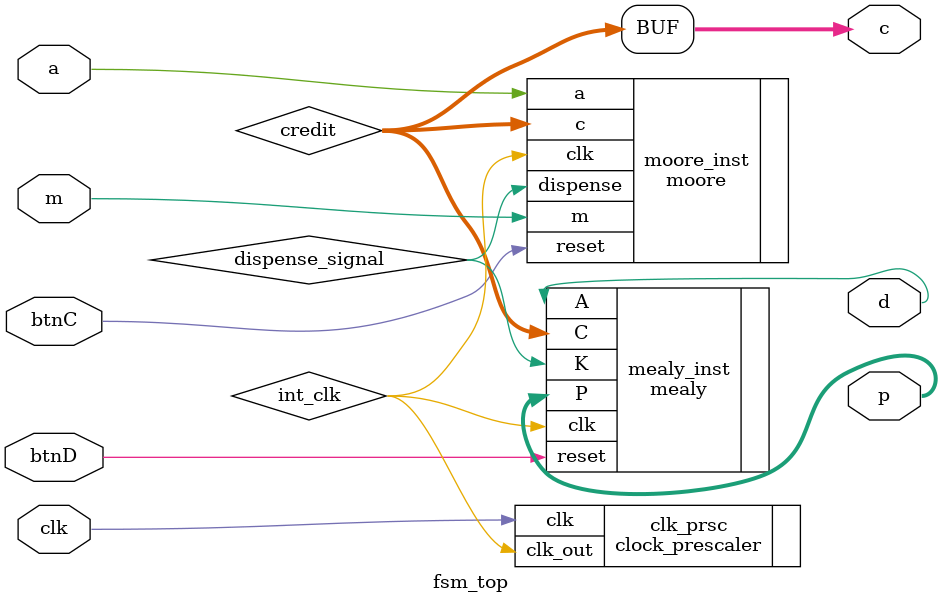
<source format=sv>
module fsm_top(
    input logic clk,
    input logic m, a,
    input logic btnC, btnD,
    output logic d,                  // Producto fue dispensado (desde Mealy)
    output logic [2:0] p,            // Código del producto (desde Mealy)
    output logic [2:0] c             // Crédito acumulado (desde Moore)
);

    logic int_clk;
    logic [2:0] credit;
    logic dispense_signal;

    // Prescaler de reloj
    clock_prescaler clk_prsc (
        .clk(clk),
        .clk_out(int_clk)
    );

    // FSM tipo Moore
    moore moore_inst (
        .clk(int_clk),
        .reset(btnC),
        .m(m),
        .a(a),
        .dispense(dispense_signal),
        .c(credit)
    );

    // FSM tipo Mealy
    mealy mealy_inst (
        .clk(int_clk),
        .reset(btnD),
        .C(credit),
        .K(dispense_signal),
        .A(d),
        .P(p)
    );

    // Mostrar crédito acumulado
    assign c = credit;

endmodule

</source>
